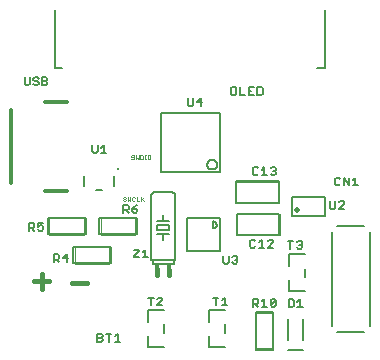
<source format=gbr>
G75*
%MOIN*%
%OFA0B0*%
%FSLAX25Y25*%
%IPPOS*%
%LPD*%
%AMOC8*
5,1,8,0,0,1.08239X$1,22.5*
%
%ADD10C,0.00500*%
%ADD11C,0.00600*%
%ADD12C,0.00800*%
%ADD13C,0.01600*%
%ADD14R,0.01600X0.02300*%
%ADD15C,0.00200*%
%ADD16C,0.01200*%
%ADD17C,0.01969*%
%ADD18C,0.01000*%
D10*
X0070458Y0071757D02*
X0070458Y0091443D01*
X0090143Y0091443D01*
X0090143Y0071757D01*
X0070458Y0071757D01*
X0086008Y0074395D02*
X0086010Y0074476D01*
X0086016Y0074557D01*
X0086026Y0074638D01*
X0086040Y0074718D01*
X0086058Y0074797D01*
X0086079Y0074875D01*
X0086105Y0074953D01*
X0086134Y0075028D01*
X0086167Y0075103D01*
X0086203Y0075175D01*
X0086243Y0075246D01*
X0086287Y0075314D01*
X0086334Y0075381D01*
X0086384Y0075445D01*
X0086437Y0075506D01*
X0086493Y0075565D01*
X0086552Y0075621D01*
X0086613Y0075674D01*
X0086677Y0075724D01*
X0086744Y0075771D01*
X0086812Y0075815D01*
X0086883Y0075855D01*
X0086955Y0075891D01*
X0087030Y0075924D01*
X0087105Y0075953D01*
X0087183Y0075979D01*
X0087261Y0076000D01*
X0087340Y0076018D01*
X0087420Y0076032D01*
X0087501Y0076042D01*
X0087582Y0076048D01*
X0087663Y0076050D01*
X0087744Y0076048D01*
X0087825Y0076042D01*
X0087906Y0076032D01*
X0087986Y0076018D01*
X0088065Y0076000D01*
X0088143Y0075979D01*
X0088221Y0075953D01*
X0088296Y0075924D01*
X0088371Y0075891D01*
X0088443Y0075855D01*
X0088514Y0075815D01*
X0088582Y0075771D01*
X0088649Y0075724D01*
X0088713Y0075674D01*
X0088774Y0075621D01*
X0088833Y0075565D01*
X0088889Y0075506D01*
X0088942Y0075445D01*
X0088992Y0075381D01*
X0089039Y0075314D01*
X0089083Y0075246D01*
X0089123Y0075175D01*
X0089159Y0075103D01*
X0089192Y0075028D01*
X0089221Y0074953D01*
X0089247Y0074875D01*
X0089268Y0074797D01*
X0089286Y0074718D01*
X0089300Y0074638D01*
X0089310Y0074557D01*
X0089316Y0074476D01*
X0089318Y0074395D01*
X0089316Y0074314D01*
X0089310Y0074233D01*
X0089300Y0074152D01*
X0089286Y0074072D01*
X0089268Y0073993D01*
X0089247Y0073915D01*
X0089221Y0073837D01*
X0089192Y0073762D01*
X0089159Y0073687D01*
X0089123Y0073615D01*
X0089083Y0073544D01*
X0089039Y0073476D01*
X0088992Y0073409D01*
X0088942Y0073345D01*
X0088889Y0073284D01*
X0088833Y0073225D01*
X0088774Y0073169D01*
X0088713Y0073116D01*
X0088649Y0073066D01*
X0088582Y0073019D01*
X0088514Y0072975D01*
X0088443Y0072935D01*
X0088371Y0072899D01*
X0088296Y0072866D01*
X0088221Y0072837D01*
X0088143Y0072811D01*
X0088065Y0072790D01*
X0087986Y0072772D01*
X0087906Y0072758D01*
X0087825Y0072748D01*
X0087744Y0072742D01*
X0087663Y0072740D01*
X0087582Y0072742D01*
X0087501Y0072748D01*
X0087420Y0072758D01*
X0087340Y0072772D01*
X0087261Y0072790D01*
X0087183Y0072811D01*
X0087105Y0072837D01*
X0087030Y0072866D01*
X0086955Y0072899D01*
X0086883Y0072935D01*
X0086812Y0072975D01*
X0086744Y0073019D01*
X0086677Y0073066D01*
X0086613Y0073116D01*
X0086552Y0073169D01*
X0086493Y0073225D01*
X0086437Y0073284D01*
X0086384Y0073345D01*
X0086334Y0073409D01*
X0086287Y0073476D01*
X0086243Y0073544D01*
X0086203Y0073615D01*
X0086167Y0073687D01*
X0086134Y0073762D01*
X0086105Y0073837D01*
X0086079Y0073915D01*
X0086058Y0073993D01*
X0086040Y0074072D01*
X0086026Y0074152D01*
X0086016Y0074233D01*
X0086010Y0074314D01*
X0086008Y0074395D01*
X0114289Y0063500D02*
X0114289Y0057200D01*
X0125313Y0057200D01*
X0125313Y0063500D01*
X0114289Y0063500D01*
D11*
X0108395Y0070900D02*
X0107528Y0070900D01*
X0107094Y0071334D01*
X0107961Y0072201D02*
X0108395Y0072201D01*
X0108829Y0071767D01*
X0108829Y0071334D01*
X0108395Y0070900D01*
X0108395Y0072201D02*
X0108829Y0072635D01*
X0108829Y0073069D01*
X0108395Y0073502D01*
X0107528Y0073502D01*
X0107094Y0073069D01*
X0105015Y0073502D02*
X0105015Y0070900D01*
X0105882Y0070900D02*
X0104147Y0070900D01*
X0102936Y0071334D02*
X0102502Y0070900D01*
X0101635Y0070900D01*
X0101201Y0071334D01*
X0101201Y0073069D01*
X0101635Y0073502D01*
X0102502Y0073502D01*
X0102936Y0073069D01*
X0104147Y0072635D02*
X0105015Y0073502D01*
X0126851Y0062202D02*
X0126851Y0060034D01*
X0127285Y0059600D01*
X0128152Y0059600D01*
X0128586Y0060034D01*
X0128586Y0062202D01*
X0129797Y0061769D02*
X0130231Y0062202D01*
X0131099Y0062202D01*
X0131532Y0061769D01*
X0131532Y0061335D01*
X0129797Y0059600D01*
X0131532Y0059600D01*
X0131508Y0067452D02*
X0131508Y0070054D01*
X0133243Y0067452D01*
X0133243Y0070054D01*
X0134454Y0069187D02*
X0135322Y0070054D01*
X0135322Y0067452D01*
X0136189Y0067452D02*
X0134454Y0067452D01*
X0130296Y0067886D02*
X0129862Y0067452D01*
X0128995Y0067452D01*
X0128561Y0067886D01*
X0128561Y0069620D01*
X0128995Y0070054D01*
X0129862Y0070054D01*
X0130296Y0069620D01*
X0117099Y0048902D02*
X0116231Y0048902D01*
X0115797Y0048469D01*
X0116665Y0047601D02*
X0117099Y0047601D01*
X0117532Y0047167D01*
X0117532Y0046734D01*
X0117099Y0046300D01*
X0116231Y0046300D01*
X0115797Y0046734D01*
X0117099Y0047601D02*
X0117532Y0048035D01*
X0117532Y0048469D01*
X0117099Y0048902D01*
X0114586Y0048902D02*
X0112851Y0048902D01*
X0113718Y0048902D02*
X0113718Y0046300D01*
X0107929Y0046700D02*
X0106194Y0046700D01*
X0107929Y0048435D01*
X0107929Y0048869D01*
X0107495Y0049302D01*
X0106628Y0049302D01*
X0106194Y0048869D01*
X0104115Y0049302D02*
X0104115Y0046700D01*
X0104982Y0046700D02*
X0103247Y0046700D01*
X0102036Y0047134D02*
X0101602Y0046700D01*
X0100735Y0046700D01*
X0100301Y0047134D01*
X0100301Y0048869D01*
X0100735Y0049302D01*
X0101602Y0049302D01*
X0102036Y0048869D01*
X0103247Y0048435D02*
X0104115Y0049302D01*
X0096082Y0043469D02*
X0096082Y0043035D01*
X0095649Y0042601D01*
X0096082Y0042167D01*
X0096082Y0041734D01*
X0095649Y0041300D01*
X0094781Y0041300D01*
X0094347Y0041734D01*
X0093136Y0041734D02*
X0093136Y0043902D01*
X0094347Y0043469D02*
X0094781Y0043902D01*
X0095649Y0043902D01*
X0096082Y0043469D01*
X0095649Y0042601D02*
X0095215Y0042601D01*
X0093136Y0041734D02*
X0092702Y0041300D01*
X0091835Y0041300D01*
X0091401Y0041734D01*
X0091401Y0043902D01*
X0091815Y0030002D02*
X0091815Y0027400D01*
X0092682Y0027400D02*
X0090947Y0027400D01*
X0090947Y0029135D02*
X0091815Y0030002D01*
X0089736Y0030002D02*
X0088001Y0030002D01*
X0088868Y0030002D02*
X0088868Y0027400D01*
X0101201Y0027000D02*
X0101201Y0029602D01*
X0102502Y0029602D01*
X0102936Y0029169D01*
X0102936Y0028301D01*
X0102502Y0027867D01*
X0101201Y0027867D01*
X0102068Y0027867D02*
X0102936Y0027000D01*
X0104147Y0027000D02*
X0105882Y0027000D01*
X0105015Y0027000D02*
X0105015Y0029602D01*
X0104147Y0028735D01*
X0107094Y0029169D02*
X0107094Y0027434D01*
X0108829Y0029169D01*
X0108829Y0027434D01*
X0108395Y0027000D01*
X0107528Y0027000D01*
X0107094Y0027434D01*
X0107094Y0029169D02*
X0107528Y0029602D01*
X0108395Y0029602D01*
X0108829Y0029169D01*
X0113104Y0029452D02*
X0113104Y0026850D01*
X0114405Y0026850D01*
X0114839Y0027284D01*
X0114839Y0029019D01*
X0114405Y0029452D01*
X0113104Y0029452D01*
X0116051Y0028585D02*
X0116918Y0029452D01*
X0116918Y0026850D01*
X0116051Y0026850D02*
X0117786Y0026850D01*
X0074801Y0041100D02*
X0074801Y0042600D01*
X0067801Y0042600D01*
X0067301Y0042600D01*
X0067301Y0064100D01*
X0067303Y0064160D01*
X0067308Y0064221D01*
X0067317Y0064280D01*
X0067330Y0064339D01*
X0067346Y0064398D01*
X0067366Y0064455D01*
X0067389Y0064510D01*
X0067416Y0064565D01*
X0067445Y0064617D01*
X0067478Y0064668D01*
X0067514Y0064717D01*
X0067552Y0064763D01*
X0067594Y0064807D01*
X0067638Y0064849D01*
X0067684Y0064887D01*
X0067733Y0064923D01*
X0067784Y0064956D01*
X0067836Y0064985D01*
X0067891Y0065012D01*
X0067946Y0065035D01*
X0068003Y0065055D01*
X0068062Y0065071D01*
X0068121Y0065084D01*
X0068180Y0065093D01*
X0068241Y0065098D01*
X0068301Y0065100D01*
X0074301Y0065100D01*
X0074361Y0065098D01*
X0074422Y0065093D01*
X0074481Y0065084D01*
X0074540Y0065071D01*
X0074599Y0065055D01*
X0074656Y0065035D01*
X0074711Y0065012D01*
X0074766Y0064985D01*
X0074818Y0064956D01*
X0074869Y0064923D01*
X0074918Y0064887D01*
X0074964Y0064849D01*
X0075008Y0064807D01*
X0075050Y0064763D01*
X0075088Y0064717D01*
X0075124Y0064668D01*
X0075157Y0064617D01*
X0075186Y0064565D01*
X0075213Y0064510D01*
X0075236Y0064455D01*
X0075256Y0064398D01*
X0075272Y0064339D01*
X0075285Y0064280D01*
X0075294Y0064221D01*
X0075299Y0064160D01*
X0075301Y0064100D01*
X0075301Y0042600D01*
X0074801Y0042600D01*
X0074801Y0041100D02*
X0067801Y0041100D01*
X0067801Y0042600D01*
X0066189Y0043400D02*
X0064454Y0043400D01*
X0065322Y0043400D02*
X0065322Y0046002D01*
X0064454Y0045135D01*
X0063243Y0045569D02*
X0063243Y0046002D01*
X0061508Y0046002D01*
X0063243Y0045569D02*
X0061508Y0043834D01*
X0061508Y0043400D01*
X0063243Y0043400D01*
X0069301Y0051100D02*
X0071301Y0051100D01*
X0073301Y0051100D01*
X0073301Y0052600D02*
X0073301Y0054100D01*
X0069301Y0054100D01*
X0069301Y0052600D01*
X0073301Y0052600D01*
X0071301Y0051100D02*
X0071301Y0049100D01*
X0071301Y0055600D02*
X0069301Y0055600D01*
X0071301Y0055600D02*
X0071301Y0057600D01*
X0071301Y0055600D02*
X0073301Y0055600D01*
X0062732Y0058734D02*
X0062732Y0059167D01*
X0062299Y0059601D01*
X0060997Y0059601D01*
X0060997Y0058734D01*
X0061431Y0058300D01*
X0062299Y0058300D01*
X0062732Y0058734D01*
X0061865Y0060469D02*
X0060997Y0059601D01*
X0059786Y0059601D02*
X0059786Y0060469D01*
X0059352Y0060902D01*
X0058051Y0060902D01*
X0058051Y0058300D01*
X0058051Y0059167D02*
X0059352Y0059167D01*
X0059786Y0059601D01*
X0058918Y0059167D02*
X0059786Y0058300D01*
X0061865Y0060469D02*
X0062732Y0060902D01*
X0052382Y0078300D02*
X0050647Y0078300D01*
X0051515Y0078300D02*
X0051515Y0080902D01*
X0050647Y0080035D01*
X0049436Y0080902D02*
X0049436Y0078734D01*
X0049002Y0078300D01*
X0048135Y0078300D01*
X0047701Y0078734D01*
X0047701Y0080902D01*
X0032295Y0100800D02*
X0030994Y0100800D01*
X0030994Y0103402D01*
X0032295Y0103402D01*
X0032729Y0102969D01*
X0032729Y0102535D01*
X0032295Y0102101D01*
X0030994Y0102101D01*
X0029782Y0101667D02*
X0029782Y0101234D01*
X0029349Y0100800D01*
X0028481Y0100800D01*
X0028047Y0101234D01*
X0028481Y0102101D02*
X0029349Y0102101D01*
X0029782Y0101667D01*
X0029782Y0102969D02*
X0029349Y0103402D01*
X0028481Y0103402D01*
X0028047Y0102969D01*
X0028047Y0102535D01*
X0028481Y0102101D01*
X0026836Y0101234D02*
X0026836Y0103402D01*
X0025101Y0103402D02*
X0025101Y0101234D01*
X0025535Y0100800D01*
X0026402Y0100800D01*
X0026836Y0101234D01*
X0032295Y0100800D02*
X0032729Y0101234D01*
X0032729Y0101667D01*
X0032295Y0102101D01*
X0079564Y0096494D02*
X0079564Y0094325D01*
X0079998Y0093891D01*
X0080865Y0093891D01*
X0081299Y0094325D01*
X0081299Y0096494D01*
X0082510Y0095192D02*
X0084245Y0095192D01*
X0083812Y0093891D02*
X0083812Y0096494D01*
X0082510Y0095192D01*
X0093865Y0098005D02*
X0094299Y0097572D01*
X0095167Y0097572D01*
X0095600Y0098005D01*
X0095600Y0099740D01*
X0095167Y0100174D01*
X0094299Y0100174D01*
X0093865Y0099740D01*
X0093865Y0098005D01*
X0096812Y0097572D02*
X0096812Y0100174D01*
X0096812Y0097572D02*
X0098547Y0097572D01*
X0099759Y0097572D02*
X0101493Y0097572D01*
X0102705Y0097572D02*
X0104006Y0097572D01*
X0104440Y0098005D01*
X0104440Y0099740D01*
X0104006Y0100174D01*
X0102705Y0100174D01*
X0102705Y0097572D01*
X0100626Y0098873D02*
X0099759Y0098873D01*
X0099759Y0100174D02*
X0099759Y0097572D01*
X0099759Y0100174D02*
X0101493Y0100174D01*
X0039689Y0043101D02*
X0037954Y0043101D01*
X0039255Y0044402D01*
X0039255Y0041800D01*
X0036743Y0041800D02*
X0035875Y0042667D01*
X0036309Y0042667D02*
X0035008Y0042667D01*
X0035008Y0041800D02*
X0035008Y0044402D01*
X0036309Y0044402D01*
X0036743Y0043969D01*
X0036743Y0043101D01*
X0036309Y0042667D01*
X0030805Y0052350D02*
X0029938Y0052350D01*
X0029504Y0052784D01*
X0029504Y0053651D02*
X0030372Y0054085D01*
X0030805Y0054085D01*
X0031239Y0053651D01*
X0031239Y0052784D01*
X0030805Y0052350D01*
X0029504Y0053651D02*
X0029504Y0054952D01*
X0031239Y0054952D01*
X0028293Y0054519D02*
X0028293Y0053651D01*
X0027859Y0053217D01*
X0026558Y0053217D01*
X0026558Y0052350D02*
X0026558Y0054952D01*
X0027859Y0054952D01*
X0028293Y0054519D01*
X0027425Y0053217D02*
X0028293Y0052350D01*
X0049351Y0017952D02*
X0050652Y0017952D01*
X0051086Y0017519D01*
X0051086Y0017085D01*
X0050652Y0016651D01*
X0049351Y0016651D01*
X0049351Y0015350D02*
X0050652Y0015350D01*
X0051086Y0015784D01*
X0051086Y0016217D01*
X0050652Y0016651D01*
X0049351Y0015350D02*
X0049351Y0017952D01*
X0052297Y0017952D02*
X0054032Y0017952D01*
X0053165Y0017952D02*
X0053165Y0015350D01*
X0055244Y0015350D02*
X0056979Y0015350D01*
X0056111Y0015350D02*
X0056111Y0017952D01*
X0055244Y0017085D01*
X0067268Y0027400D02*
X0067268Y0030002D01*
X0066401Y0030002D02*
X0068136Y0030002D01*
X0069347Y0029569D02*
X0069781Y0030002D01*
X0070649Y0030002D01*
X0071082Y0029569D01*
X0071082Y0029135D01*
X0069347Y0027400D01*
X0071082Y0027400D01*
D12*
X0071469Y0025791D02*
X0066301Y0025791D01*
X0066301Y0021819D01*
X0066301Y0017381D02*
X0066301Y0013409D01*
X0071469Y0013409D01*
X0071501Y0018079D02*
X0071501Y0021066D01*
X0086701Y0021819D02*
X0086701Y0025791D01*
X0091869Y0025791D01*
X0091901Y0021066D02*
X0091901Y0018079D01*
X0091869Y0013409D02*
X0086701Y0013409D01*
X0086701Y0017381D01*
X0102345Y0012701D02*
X0102345Y0025299D01*
X0107857Y0025299D01*
X0107857Y0012701D01*
X0102345Y0012701D01*
X0112890Y0012481D02*
X0117812Y0012481D01*
X0117812Y0015907D02*
X0117812Y0022993D01*
X0112890Y0022993D02*
X0112890Y0015907D01*
X0127576Y0020433D02*
X0127576Y0051867D01*
X0129364Y0053867D02*
X0138238Y0053867D01*
X0140175Y0051867D02*
X0140175Y0020433D01*
X0138238Y0018433D02*
X0129364Y0018433D01*
X0118469Y0032059D02*
X0113301Y0032059D01*
X0113301Y0036031D01*
X0113301Y0040469D02*
X0113301Y0044441D01*
X0118469Y0044441D01*
X0118501Y0039716D02*
X0118501Y0036729D01*
X0109988Y0050957D02*
X0095814Y0050957D01*
X0095814Y0058043D01*
X0109988Y0058043D01*
X0109988Y0050957D01*
X0109788Y0061657D02*
X0095614Y0061657D01*
X0095614Y0068743D01*
X0109788Y0068743D01*
X0109788Y0061657D01*
X0090313Y0056612D02*
X0090313Y0045588D01*
X0079289Y0045588D01*
X0079289Y0056612D01*
X0090313Y0056612D01*
X0087951Y0055431D02*
X0087951Y0053069D01*
X0088018Y0053071D01*
X0088086Y0053077D01*
X0088152Y0053086D01*
X0088218Y0053100D01*
X0088284Y0053117D01*
X0088348Y0053138D01*
X0088411Y0053162D01*
X0088472Y0053190D01*
X0088532Y0053222D01*
X0088589Y0053256D01*
X0088645Y0053295D01*
X0088699Y0053336D01*
X0088750Y0053380D01*
X0088798Y0053427D01*
X0088844Y0053477D01*
X0088886Y0053529D01*
X0088926Y0053583D01*
X0088962Y0053640D01*
X0088996Y0053699D01*
X0089025Y0053759D01*
X0089052Y0053822D01*
X0089074Y0053885D01*
X0089093Y0053950D01*
X0089108Y0054015D01*
X0089120Y0054082D01*
X0089128Y0054149D01*
X0089132Y0054216D01*
X0089132Y0054284D01*
X0089128Y0054351D01*
X0089120Y0054418D01*
X0089108Y0054485D01*
X0089093Y0054550D01*
X0089074Y0054615D01*
X0089052Y0054678D01*
X0089025Y0054741D01*
X0088996Y0054801D01*
X0088962Y0054860D01*
X0088926Y0054917D01*
X0088886Y0054971D01*
X0088844Y0055023D01*
X0088798Y0055073D01*
X0088750Y0055120D01*
X0088699Y0055164D01*
X0088645Y0055205D01*
X0088589Y0055244D01*
X0088532Y0055278D01*
X0088472Y0055310D01*
X0088411Y0055338D01*
X0088348Y0055362D01*
X0088284Y0055383D01*
X0088218Y0055400D01*
X0088152Y0055414D01*
X0088086Y0055423D01*
X0088018Y0055429D01*
X0087951Y0055431D01*
X0062550Y0056656D02*
X0062550Y0051144D01*
X0049952Y0051144D01*
X0049952Y0056656D01*
X0062550Y0056656D01*
X0055001Y0067109D02*
X0055001Y0070491D01*
X0051058Y0066009D02*
X0048944Y0066009D01*
X0045001Y0067109D02*
X0045001Y0070491D01*
X0045450Y0056606D02*
X0032852Y0056606D01*
X0032852Y0051094D01*
X0045450Y0051094D01*
X0045450Y0056606D01*
X0041302Y0046956D02*
X0053900Y0046956D01*
X0053900Y0041444D01*
X0041302Y0041444D01*
X0041302Y0046956D01*
X0037742Y0106600D02*
X0035242Y0106600D01*
X0035242Y0125891D01*
X0122742Y0106600D02*
X0125242Y0106600D01*
X0125242Y0125891D01*
D13*
X0030801Y0038000D02*
X0030801Y0033000D01*
X0028301Y0035500D02*
X0033301Y0035500D01*
X0040801Y0035000D02*
X0045801Y0035000D01*
X0069301Y0037600D02*
X0069301Y0039600D01*
X0073301Y0039100D02*
X0073301Y0037600D01*
D14*
X0073301Y0039750D03*
X0069301Y0039750D03*
D15*
X0062050Y0051030D02*
X0050452Y0051030D01*
X0050452Y0056770D01*
X0062050Y0056770D01*
X0062050Y0051030D01*
X0053400Y0047070D02*
X0053400Y0041330D01*
X0041802Y0041330D01*
X0041802Y0047070D01*
X0053400Y0047070D01*
X0044950Y0050980D02*
X0033352Y0050980D01*
X0033352Y0056720D01*
X0044950Y0056720D01*
X0044950Y0050980D01*
X0058004Y0062419D02*
X0058237Y0062185D01*
X0058704Y0062185D01*
X0058938Y0062419D01*
X0058938Y0062652D01*
X0058704Y0062886D01*
X0058237Y0062886D01*
X0058004Y0063119D01*
X0058004Y0063353D01*
X0058237Y0063586D01*
X0058704Y0063586D01*
X0058938Y0063353D01*
X0059477Y0063586D02*
X0059477Y0062185D01*
X0059944Y0062652D01*
X0060411Y0062185D01*
X0060411Y0063586D01*
X0060950Y0063353D02*
X0060950Y0062419D01*
X0061184Y0062185D01*
X0061651Y0062185D01*
X0061884Y0062419D01*
X0062423Y0062185D02*
X0062423Y0063586D01*
X0061884Y0063353D02*
X0061651Y0063586D01*
X0061184Y0063586D01*
X0060950Y0063353D01*
X0062423Y0062185D02*
X0063357Y0062185D01*
X0063897Y0062185D02*
X0063897Y0063586D01*
X0064130Y0062886D02*
X0064831Y0062185D01*
X0063897Y0062652D02*
X0064831Y0063586D01*
X0065152Y0076115D02*
X0065619Y0076115D01*
X0065385Y0076115D02*
X0065385Y0077516D01*
X0065152Y0077516D02*
X0065619Y0077516D01*
X0066134Y0077283D02*
X0066134Y0076348D01*
X0066367Y0076115D01*
X0066835Y0076115D01*
X0067068Y0076348D01*
X0067068Y0077283D01*
X0066835Y0077516D01*
X0066367Y0077516D01*
X0066134Y0077283D01*
X0064613Y0077283D02*
X0064613Y0076348D01*
X0064379Y0076115D01*
X0063679Y0076115D01*
X0063679Y0077516D01*
X0064379Y0077516D01*
X0064613Y0077283D01*
X0063139Y0077516D02*
X0063139Y0076115D01*
X0062672Y0076582D01*
X0062205Y0076115D01*
X0062205Y0077516D01*
X0061666Y0077283D02*
X0061433Y0077516D01*
X0060966Y0077516D01*
X0060732Y0077283D01*
X0060732Y0077049D01*
X0060966Y0076816D01*
X0061433Y0076816D01*
X0061666Y0076582D01*
X0061666Y0076348D01*
X0061433Y0076115D01*
X0060966Y0076115D01*
X0060732Y0076348D01*
X0095327Y0068676D02*
X0095327Y0061724D01*
X0110075Y0061724D01*
X0110075Y0068676D01*
X0095327Y0068676D01*
X0095527Y0057976D02*
X0095527Y0051024D01*
X0110275Y0051024D01*
X0110275Y0057976D01*
X0095527Y0057976D01*
X0102231Y0024799D02*
X0107971Y0024799D01*
X0107971Y0013201D01*
X0102231Y0013201D01*
X0102231Y0024799D01*
D16*
X0039190Y0065636D02*
X0032036Y0065636D01*
X0020536Y0068370D02*
X0020536Y0092430D01*
X0032036Y0095164D02*
X0039190Y0095164D01*
D17*
X0115864Y0059366D03*
D18*
X0056301Y0072800D03*
M02*

</source>
